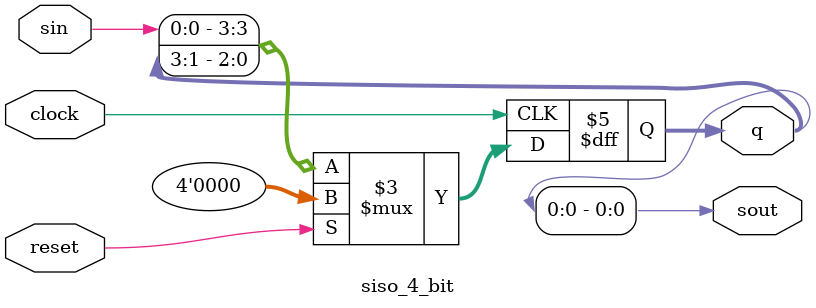
<source format=v>
module siso_4_bit(sout,sin,q,clock,reset);

    output reg [3:0]q;
    output  sout;
    input sin,clock,reset;

    always @(posedge clock) 
    begin
        if(reset)
        q<=4'b0000;
        else
        q<={sin,q[3],q[2],q[1]};

    end
    assign sout=q[0];

endmodule
</source>
